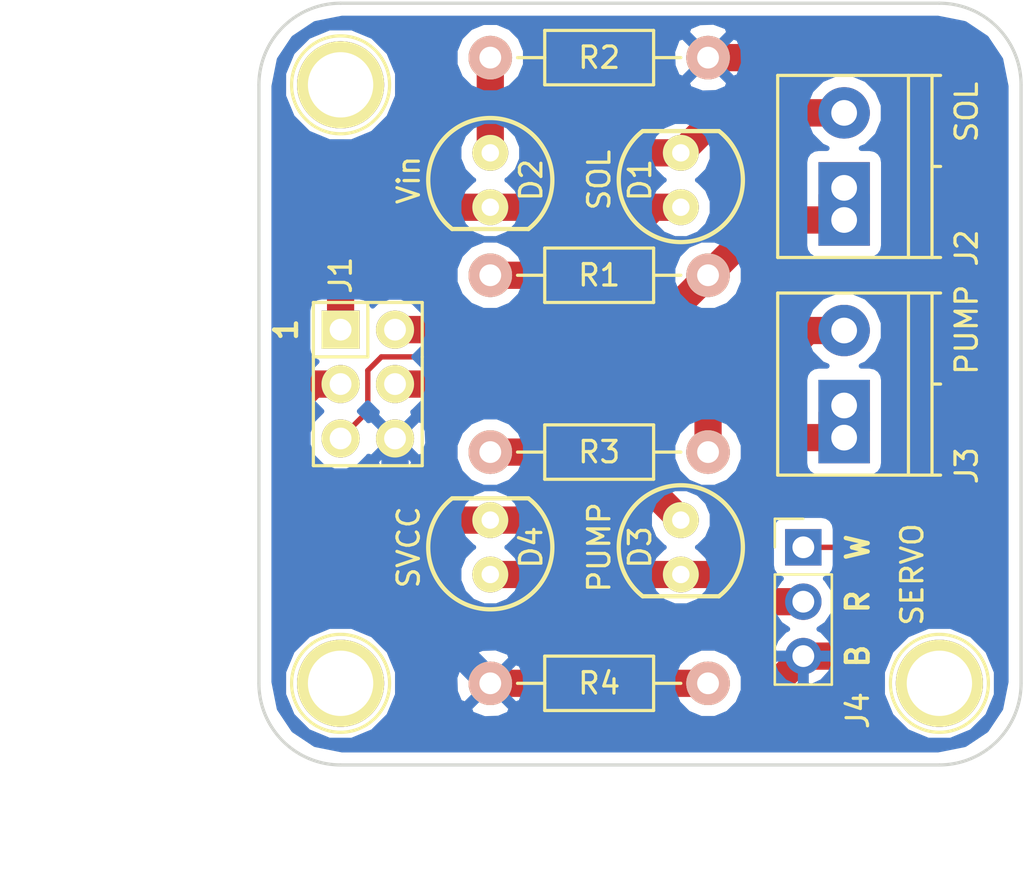
<source format=kicad_pcb>
(kicad_pcb (version 4) (host pcbnew 4.0.5)

  (general
    (links 21)
    (no_connects 0)
    (area 43.914288 28.997 90.880001 72.55)
    (thickness 1.6)
    (drawings 14)
    (tracks 72)
    (zones 0)
    (modules 15)
    (nets 11)
  )

  (page A4)
  (layers
    (0 F.Cu signal)
    (31 B.Cu signal)
    (32 B.Adhes user)
    (33 F.Adhes user)
    (34 B.Paste user)
    (35 F.Paste user)
    (36 B.SilkS user)
    (37 F.SilkS user)
    (38 B.Mask user)
    (39 F.Mask user)
    (40 Dwgs.User user)
    (41 Cmts.User user)
    (42 Eco1.User user)
    (43 Eco2.User user)
    (44 Edge.Cuts user)
    (45 Margin user)
    (46 B.CrtYd user)
    (47 F.CrtYd user)
    (48 B.Fab user)
    (49 F.Fab user)
  )

  (setup
    (last_trace_width 0.25)
    (trace_clearance 0.2)
    (zone_clearance 0.508)
    (zone_45_only no)
    (trace_min 0.2)
    (segment_width 0.2)
    (edge_width 0.15)
    (via_size 0.6)
    (via_drill 0.4)
    (via_min_size 0.4)
    (via_min_drill 0.3)
    (uvia_size 0.3)
    (uvia_drill 0.1)
    (uvias_allowed no)
    (uvia_min_size 0)
    (uvia_min_drill 0)
    (pcb_text_width 0.3)
    (pcb_text_size 1.5 1.5)
    (mod_edge_width 0.15)
    (mod_text_size 1 1)
    (mod_text_width 0.15)
    (pad_size 1.524 1.524)
    (pad_drill 0.762)
    (pad_to_mask_clearance 0.2)
    (aux_axis_origin 0 0)
    (visible_elements FFFFFF7F)
    (pcbplotparams
      (layerselection 0x00130_80000001)
      (usegerberextensions false)
      (excludeedgelayer false)
      (linewidth 0.050800)
      (plotframeref true)
      (viasonmask false)
      (mode 1)
      (useauxorigin false)
      (hpglpennumber 1)
      (hpglpenspeed 20)
      (hpglpendiameter 15)
      (hpglpenoverlay 2)
      (psnegative false)
      (psa4output false)
      (plotreference true)
      (plotvalue true)
      (plotinvisibletext false)
      (padsonsilk true)
      (subtractmaskfromsilk false)
      (outputformat 4)
      (mirror false)
      (drillshape 2)
      (scaleselection 1)
      (outputdirectory aux_test_pdf/))
  )

  (net 0 "")
  (net 1 "Net-(D1-Pad1)")
  (net 2 /Vin)
  (net 3 "Net-(D2-Pad1)")
  (net 4 "Net-(D3-Pad1)")
  (net 5 /SVCC)
  (net 6 "Net-(D4-Pad1)")
  (net 7 /SOL)
  (net 8 /PUMP)
  (net 9 "/3(**)")
  (net 10 /GND)

  (net_class Default "This is the default net class."
    (clearance 0.2)
    (trace_width 0.25)
    (via_dia 0.6)
    (via_drill 0.4)
    (uvia_dia 0.3)
    (uvia_drill 0.1)
    (add_net "/3(**)")
  )

  (net_class 50mil ""
    (clearance 0.2)
    (trace_width 1.27)
    (via_dia 0.6)
    (via_drill 0.4)
    (uvia_dia 0.3)
    (uvia_drill 0.1)
    (add_net /GND)
    (add_net /PUMP)
    (add_net /SOL)
    (add_net /SVCC)
    (add_net /Vin)
    (add_net "Net-(D1-Pad1)")
    (add_net "Net-(D2-Pad1)")
    (add_net "Net-(D3-Pad1)")
    (add_net "Net-(D4-Pad1)")
  )

  (module aux_test_Libs:TerminalBlock_Pheonix_PT-5.0mm_2pol (layer F.Cu) (tedit 59B129D5) (tstamp 59B11BF7)
    (at 82.55 36.83 90)
    (descr "2-way 5.0mm pitch terminal block, Phoenix PT series")
    (path /59B12114)
    (fp_text reference J2 (at -3.81 5.715 270) (layer F.SilkS)
      (effects (font (size 1 1) (thickness 0.15)))
    )
    (fp_text value SOL (at 2.54 5.715 270) (layer F.SilkS)
      (effects (font (size 1 1) (thickness 0.15)))
    )
    (fp_line (start -4.4 -3.3) (end 4.4 -3.3) (layer F.CrtYd) (width 0.05))
    (fp_line (start -4.4 4.7) (end -4.4 -3.3) (layer F.CrtYd) (width 0.05))
    (fp_line (start 4.4 4.7) (end -4.4 4.7) (layer F.CrtYd) (width 0.05))
    (fp_line (start 4.4 -3.3) (end 4.4 4.7) (layer F.CrtYd) (width 0.05))
    (fp_line (start 0 4.1) (end 0 4.5) (layer F.SilkS) (width 0.15))
    (fp_line (start -4.25 3) (end 4.25 3) (layer F.SilkS) (width 0.15))
    (fp_line (start -4.25 4.1) (end 4.25 4.1) (layer F.SilkS) (width 0.15))
    (fp_line (start -4.25 -3.1) (end -4.25 4.5) (layer F.SilkS) (width 0.15))
    (fp_line (start 4.25 4.5) (end 4.25 -3.1) (layer F.SilkS) (width 0.15))
    (fp_line (start 4.25 -3.1) (end -4.25 -3.1) (layer F.SilkS) (width 0.15))
    (pad 2 thru_hole circle (at 2.5 0 90) (size 2.4 2.4) (drill 1.2) (layers *.Cu *.Mask)
      (net 2 /Vin))
    (pad 1 thru_hole rect (at -2.5 0 90) (size 2.4 2.4) (drill 1.2) (layers *.Cu *.Mask)
      (net 7 /SOL))
    (pad 1 thru_hole rect (at -1 0 90) (size 2.4 2.4) (drill 1.2) (layers *.Cu *.Mask)
      (net 7 /SOL))
    (model TerminalBlock_Pheonix_PT-5.0mm_2pol.wrl
      (at (xyz 0 0 0))
      (scale (xyz 1 1 1))
      (rotate (xyz 0 0 0))
    )
  )

  (module aux_test_Libs:TerminalBlock_Pheonix_PT-5.0mm_2pol (layer F.Cu) (tedit 59B129D8) (tstamp 59B11BFD)
    (at 82.55 46.99 90)
    (descr "2-way 5.0mm pitch terminal block, Phoenix PT series")
    (path /59B1225F)
    (fp_text reference J3 (at -3.81 5.715 270) (layer F.SilkS)
      (effects (font (size 1 1) (thickness 0.15)))
    )
    (fp_text value PUMP (at 2.54 5.715 270) (layer F.SilkS)
      (effects (font (size 1 1) (thickness 0.15)))
    )
    (fp_line (start -4.4 -3.3) (end 4.4 -3.3) (layer F.CrtYd) (width 0.05))
    (fp_line (start -4.4 4.7) (end -4.4 -3.3) (layer F.CrtYd) (width 0.05))
    (fp_line (start 4.4 4.7) (end -4.4 4.7) (layer F.CrtYd) (width 0.05))
    (fp_line (start 4.4 -3.3) (end 4.4 4.7) (layer F.CrtYd) (width 0.05))
    (fp_line (start 0 4.1) (end 0 4.5) (layer F.SilkS) (width 0.15))
    (fp_line (start -4.25 3) (end 4.25 3) (layer F.SilkS) (width 0.15))
    (fp_line (start -4.25 4.1) (end 4.25 4.1) (layer F.SilkS) (width 0.15))
    (fp_line (start -4.25 -3.1) (end -4.25 4.5) (layer F.SilkS) (width 0.15))
    (fp_line (start 4.25 4.5) (end 4.25 -3.1) (layer F.SilkS) (width 0.15))
    (fp_line (start 4.25 -3.1) (end -4.25 -3.1) (layer F.SilkS) (width 0.15))
    (pad 2 thru_hole circle (at 2.5 0 90) (size 2.4 2.4) (drill 1.2) (layers *.Cu *.Mask)
      (net 8 /PUMP))
    (pad 1 thru_hole rect (at -2.5 0 90) (size 2.4 2.4) (drill 1.2) (layers *.Cu *.Mask)
      (net 5 /SVCC))
    (pad 1 thru_hole rect (at -1 0 90) (size 2.4 2.4) (drill 1.2) (layers *.Cu *.Mask)
      (net 5 /SVCC))
    (model TerminalBlock_Pheonix_PT-5.0mm_2pol.wrl
      (at (xyz 0 0 0))
      (scale (xyz 1 1 1))
      (rotate (xyz 0 0 0))
    )
  )

  (module aux_test_Libs:Pin_Header_Straight_1x03_Pitch2.54mm (layer F.Cu) (tedit 59B131AE) (tstamp 59B11C03)
    (at 80.645 54.61)
    (descr "Through hole straight pin header, 1x03, 2.54mm pitch, single row")
    (tags "Through hole pin header THT 1x03 2.54mm single row")
    (path /59B124EF)
    (fp_text reference J4 (at 0 -2.33) (layer F.SilkS) hide
      (effects (font (size 1 1) (thickness 0.15)))
    )
    (fp_text value SERVO (at 5.08 1.27 90) (layer F.SilkS)
      (effects (font (size 1 1) (thickness 0.15)))
    )
    (fp_line (start -0.635 -1.27) (end 1.27 -1.27) (layer F.Fab) (width 0.1))
    (fp_line (start 1.27 -1.27) (end 1.27 6.35) (layer F.Fab) (width 0.1))
    (fp_line (start 1.27 6.35) (end -1.27 6.35) (layer F.Fab) (width 0.1))
    (fp_line (start -1.27 6.35) (end -1.27 -0.635) (layer F.Fab) (width 0.1))
    (fp_line (start -1.27 -0.635) (end -0.635 -1.27) (layer F.Fab) (width 0.1))
    (fp_line (start -1.33 6.41) (end 1.33 6.41) (layer F.SilkS) (width 0.12))
    (fp_line (start -1.33 1.27) (end -1.33 6.41) (layer F.SilkS) (width 0.12))
    (fp_line (start 1.33 1.27) (end 1.33 6.41) (layer F.SilkS) (width 0.12))
    (fp_line (start -1.33 1.27) (end 1.33 1.27) (layer F.SilkS) (width 0.12))
    (fp_line (start -1.33 0) (end -1.33 -1.33) (layer F.SilkS) (width 0.12))
    (fp_line (start -1.33 -1.33) (end 0 -1.33) (layer F.SilkS) (width 0.12))
    (fp_line (start -1.8 -1.8) (end -1.8 6.85) (layer F.CrtYd) (width 0.05))
    (fp_line (start -1.8 6.85) (end 1.8 6.85) (layer F.CrtYd) (width 0.05))
    (fp_line (start 1.8 6.85) (end 1.8 -1.8) (layer F.CrtYd) (width 0.05))
    (fp_line (start 1.8 -1.8) (end -1.8 -1.8) (layer F.CrtYd) (width 0.05))
    (fp_text user %R (at 2.54 7.62 90) (layer F.SilkS)
      (effects (font (size 1 1) (thickness 0.15)))
    )
    (pad 1 thru_hole rect (at 0 0) (size 1.7 1.7) (drill 1.016) (layers *.Cu *.Mask)
      (net 9 "/3(**)"))
    (pad 2 thru_hole oval (at 0 2.54) (size 1.7 1.7) (drill 1.016) (layers *.Cu *.Mask)
      (net 5 /SVCC))
    (pad 3 thru_hole oval (at 0 5.08) (size 1.7 1.7) (drill 1.016) (layers *.Cu *.Mask)
      (net 10 /GND))
    (model Header_Male_03Pin.wrl
      (at (xyz 0 0 0))
      (scale (xyz 1 1 1))
      (rotate (xyz 0 0 90))
    )
  )

  (module aux_test_Libs:LED-5MM (layer F.Cu) (tedit 59B12CE9) (tstamp 59B12F46)
    (at 74.93 37.465 90)
    (descr "LED 5mm - Lead pitch 100mil (2,54mm)")
    (tags "LED led 5mm 5MM 100mil 2,54mm")
    (path /59B10B53)
    (fp_text reference D1 (at 0 -1.905 90) (layer F.SilkS)
      (effects (font (size 1 1) (thickness 0.15)))
    )
    (fp_text value SOL (at 0 -3.81 90) (layer F.SilkS)
      (effects (font (size 1 1) (thickness 0.15)))
    )
    (fp_line (start 2.286 -1.778) (end 2.286 1.778) (layer F.SilkS) (width 0.2))
    (fp_arc (start 0 0) (end 2.286 1.778) (angle 284.2500049) (layer F.SilkS) (width 0.2))
    (pad 1 thru_hole circle (at -1.27 0 90) (size 1.6764 1.6764) (drill 0.8128) (layers *.Cu *.Mask F.SilkS)
      (net 1 "Net-(D1-Pad1)"))
    (pad 2 thru_hole circle (at 1.27 0 90) (size 1.6764 1.6764) (drill 0.8128) (layers *.Cu *.Mask F.SilkS)
      (net 2 /Vin))
    (model LEDs/LED-5MM.wrl
      (at (xyz 0 0 0))
      (scale (xyz 1 1 1))
      (rotate (xyz 0 0 0))
    )
  )

  (module aux_test_Libs:LED-5MM (layer F.Cu) (tedit 59B12CE9) (tstamp 59B12F4B)
    (at 66.04 37.465 270)
    (descr "LED 5mm - Lead pitch 100mil (2,54mm)")
    (tags "LED led 5mm 5MM 100mil 2,54mm")
    (path /59B10BE6)
    (fp_text reference D2 (at 0 -1.905 270) (layer F.SilkS)
      (effects (font (size 1 1) (thickness 0.15)))
    )
    (fp_text value Vin (at 0 3.81 270) (layer F.SilkS)
      (effects (font (size 1 1) (thickness 0.15)))
    )
    (fp_line (start 2.286 -1.778) (end 2.286 1.778) (layer F.SilkS) (width 0.2))
    (fp_arc (start 0 0) (end 2.286 1.778) (angle 284.2500049) (layer F.SilkS) (width 0.2))
    (pad 1 thru_hole circle (at -1.27 0 270) (size 1.6764 1.6764) (drill 0.8128) (layers *.Cu *.Mask F.SilkS)
      (net 3 "Net-(D2-Pad1)"))
    (pad 2 thru_hole circle (at 1.27 0 270) (size 1.6764 1.6764) (drill 0.8128) (layers *.Cu *.Mask F.SilkS)
      (net 2 /Vin))
    (model LEDs/LED-5MM.wrl
      (at (xyz 0 0 0))
      (scale (xyz 1 1 1))
      (rotate (xyz 0 0 0))
    )
  )

  (module aux_test_Libs:LED-5MM (layer F.Cu) (tedit 59B12CE9) (tstamp 59B12F50)
    (at 74.93 54.61 270)
    (descr "LED 5mm - Lead pitch 100mil (2,54mm)")
    (tags "LED led 5mm 5MM 100mil 2,54mm")
    (path /59B10C07)
    (fp_text reference D3 (at 0 1.905 270) (layer F.SilkS)
      (effects (font (size 1 1) (thickness 0.15)))
    )
    (fp_text value PUMP (at 0 3.81 270) (layer F.SilkS)
      (effects (font (size 1 1) (thickness 0.15)))
    )
    (fp_line (start 2.286 -1.778) (end 2.286 1.778) (layer F.SilkS) (width 0.2))
    (fp_arc (start 0 0) (end 2.286 1.778) (angle 284.2500049) (layer F.SilkS) (width 0.2))
    (pad 1 thru_hole circle (at -1.27 0 270) (size 1.6764 1.6764) (drill 0.8128) (layers *.Cu *.Mask F.SilkS)
      (net 4 "Net-(D3-Pad1)"))
    (pad 2 thru_hole circle (at 1.27 0 270) (size 1.6764 1.6764) (drill 0.8128) (layers *.Cu *.Mask F.SilkS)
      (net 5 /SVCC))
    (model LEDs/LED-5MM.wrl
      (at (xyz 0 0 0))
      (scale (xyz 1 1 1))
      (rotate (xyz 0 0 0))
    )
  )

  (module aux_test_Libs:LED-5MM (layer F.Cu) (tedit 59B12CE9) (tstamp 59B12F55)
    (at 66.04 54.61 90)
    (descr "LED 5mm - Lead pitch 100mil (2,54mm)")
    (tags "LED led 5mm 5MM 100mil 2,54mm")
    (path /59B10C2A)
    (fp_text reference D4 (at 0 1.905 90) (layer F.SilkS)
      (effects (font (size 1 1) (thickness 0.15)))
    )
    (fp_text value SVCC (at 0 -3.81 90) (layer F.SilkS)
      (effects (font (size 1 1) (thickness 0.15)))
    )
    (fp_line (start 2.286 -1.778) (end 2.286 1.778) (layer F.SilkS) (width 0.2))
    (fp_arc (start 0 0) (end 2.286 1.778) (angle 284.2500049) (layer F.SilkS) (width 0.2))
    (pad 1 thru_hole circle (at -1.27 0 90) (size 1.6764 1.6764) (drill 0.8128) (layers *.Cu *.Mask F.SilkS)
      (net 6 "Net-(D4-Pad1)"))
    (pad 2 thru_hole circle (at 1.27 0 90) (size 1.6764 1.6764) (drill 0.8128) (layers *.Cu *.Mask F.SilkS)
      (net 5 /SVCC))
    (model LEDs/LED-5MM.wrl
      (at (xyz 0 0 0))
      (scale (xyz 1 1 1))
      (rotate (xyz 0 0 0))
    )
  )

  (module aux_test_Libs:Pin_Header_Straight_2x03 (layer F.Cu) (tedit 59B12D71) (tstamp 59B12F5A)
    (at 60.325 46.99 270)
    (descr "Through hole pin header")
    (tags "pin header")
    (path /59B11ED8)
    (fp_text reference J1 (at -5.08 1.27 270) (layer F.SilkS)
      (effects (font (size 1 1) (thickness 0.15)))
    )
    (fp_text value AUX_TEST (at 0 0 270) (layer F.SilkS) hide
      (effects (font (size 1 1) (thickness 0.15)))
    )
    (fp_line (start -3.81 0) (end -1.27 0) (layer F.SilkS) (width 0.15))
    (fp_line (start -1.27 0) (end -1.27 2.54) (layer F.SilkS) (width 0.15))
    (fp_line (start -3.81 2.54) (end 3.81 2.54) (layer F.SilkS) (width 0.15))
    (fp_line (start 3.81 2.54) (end 3.81 -2.54) (layer F.SilkS) (width 0.15))
    (fp_line (start 3.81 -2.54) (end -1.27 -2.54) (layer F.SilkS) (width 0.15))
    (fp_line (start -3.81 2.54) (end -3.81 0) (layer F.SilkS) (width 0.15))
    (fp_line (start -3.81 -2.54) (end -3.81 0) (layer F.SilkS) (width 0.15))
    (fp_line (start -1.27 -2.54) (end -3.81 -2.54) (layer F.SilkS) (width 0.15))
    (pad 1 thru_hole rect (at -2.54 1.27 270) (size 1.778 1.778) (drill 1.016) (layers *.Cu *.Mask F.SilkS)
      (net 2 /Vin))
    (pad 2 thru_hole circle (at -2.54 -1.27 270) (size 1.778 1.778) (drill 1.016) (layers *.Cu *.Mask F.SilkS)
      (net 7 /SOL))
    (pad 3 thru_hole circle (at 0 1.27 270) (size 1.778 1.778) (drill 1.016) (layers *.Cu *.Mask F.SilkS)
      (net 5 /SVCC))
    (pad 4 thru_hole circle (at 0 -1.27 270) (size 1.778 1.778) (drill 1.016) (layers *.Cu *.Mask F.SilkS)
      (net 8 /PUMP))
    (pad 5 thru_hole circle (at 2.54 1.27 270) (size 1.778 1.778) (drill 1.016) (layers *.Cu *.Mask F.SilkS)
      (net 9 "/3(**)"))
    (pad 6 thru_hole circle (at 2.54 -1.27 270) (size 1.778 1.778) (drill 1.016) (layers *.Cu *.Mask F.SilkS)
      (net 10 /GND))
    (model Pin_Headers/Pin_Header_Straight_2x03.wrl
      (at (xyz 0 0 0))
      (scale (xyz 1 1 1))
      (rotate (xyz 0 0 0))
    )
  )

  (module aux_test_Libs:Resistor_Horizontal_RM10mm (layer F.Cu) (tedit 59B12D26) (tstamp 59B12F6B)
    (at 71.12 41.91)
    (descr "Resistor, Axial,  RM 10mm, 1/3W,")
    (tags "Resistor, Axial, RM 10mm, 1/3W,")
    (path /59B10C5E)
    (fp_text reference R1 (at 0 0) (layer F.SilkS)
      (effects (font (size 1 1) (thickness 0.15)))
    )
    (fp_text value 390E (at 0 -0.508) (layer F.SilkS) hide
      (effects (font (size 1 1) (thickness 0.15)))
    )
    (fp_line (start -2.54 -1.27) (end 2.54 -1.27) (layer F.SilkS) (width 0.15))
    (fp_line (start 2.54 -1.27) (end 2.54 1.27) (layer F.SilkS) (width 0.15))
    (fp_line (start 2.54 1.27) (end -2.54 1.27) (layer F.SilkS) (width 0.15))
    (fp_line (start -2.54 1.27) (end -2.54 -1.27) (layer F.SilkS) (width 0.15))
    (fp_line (start -2.54 0) (end -3.81 0) (layer F.SilkS) (width 0.15))
    (fp_line (start 2.54 0) (end 3.81 0) (layer F.SilkS) (width 0.15))
    (pad 1 thru_hole circle (at -5.08 0) (size 2.032 2.032) (drill 1.016) (layers *.Cu *.SilkS *.Mask)
      (net 1 "Net-(D1-Pad1)"))
    (pad 2 thru_hole circle (at 5.08 0) (size 2.032 2.032) (drill 1.016) (layers *.Cu *.SilkS *.Mask)
      (net 7 /SOL))
    (model Resistors_ThroughHole/Resistor_Horizontal_RM10mm.wrl
      (at (xyz 0 0 0))
      (scale (xyz 0.4 0.4 0.4))
      (rotate (xyz 0 0 0))
    )
  )

  (module aux_test_Libs:Resistor_Horizontal_RM10mm (layer F.Cu) (tedit 59B12D26) (tstamp 59B12F70)
    (at 71.12 31.75)
    (descr "Resistor, Axial,  RM 10mm, 1/3W,")
    (tags "Resistor, Axial, RM 10mm, 1/3W,")
    (path /59B10CB3)
    (fp_text reference R2 (at 0 0) (layer F.SilkS)
      (effects (font (size 1 1) (thickness 0.15)))
    )
    (fp_text value 390E (at 0 -0.508) (layer F.SilkS) hide
      (effects (font (size 1 1) (thickness 0.15)))
    )
    (fp_line (start -2.54 -1.27) (end 2.54 -1.27) (layer F.SilkS) (width 0.15))
    (fp_line (start 2.54 -1.27) (end 2.54 1.27) (layer F.SilkS) (width 0.15))
    (fp_line (start 2.54 1.27) (end -2.54 1.27) (layer F.SilkS) (width 0.15))
    (fp_line (start -2.54 1.27) (end -2.54 -1.27) (layer F.SilkS) (width 0.15))
    (fp_line (start -2.54 0) (end -3.81 0) (layer F.SilkS) (width 0.15))
    (fp_line (start 2.54 0) (end 3.81 0) (layer F.SilkS) (width 0.15))
    (pad 1 thru_hole circle (at -5.08 0) (size 2.032 2.032) (drill 1.016) (layers *.Cu *.SilkS *.Mask)
      (net 3 "Net-(D2-Pad1)"))
    (pad 2 thru_hole circle (at 5.08 0) (size 2.032 2.032) (drill 1.016) (layers *.Cu *.SilkS *.Mask)
      (net 10 /GND))
    (model Resistors_ThroughHole/Resistor_Horizontal_RM10mm.wrl
      (at (xyz 0 0 0))
      (scale (xyz 0.4 0.4 0.4))
      (rotate (xyz 0 0 0))
    )
  )

  (module aux_test_Libs:Resistor_Horizontal_RM10mm (layer F.Cu) (tedit 59B12D26) (tstamp 59B12F75)
    (at 71.12 50.165)
    (descr "Resistor, Axial,  RM 10mm, 1/3W,")
    (tags "Resistor, Axial, RM 10mm, 1/3W,")
    (path /59B10CEC)
    (fp_text reference R3 (at 0 0) (layer F.SilkS)
      (effects (font (size 1 1) (thickness 0.15)))
    )
    (fp_text value 330E (at 0 -0.508) (layer F.SilkS) hide
      (effects (font (size 1 1) (thickness 0.15)))
    )
    (fp_line (start -2.54 -1.27) (end 2.54 -1.27) (layer F.SilkS) (width 0.15))
    (fp_line (start 2.54 -1.27) (end 2.54 1.27) (layer F.SilkS) (width 0.15))
    (fp_line (start 2.54 1.27) (end -2.54 1.27) (layer F.SilkS) (width 0.15))
    (fp_line (start -2.54 1.27) (end -2.54 -1.27) (layer F.SilkS) (width 0.15))
    (fp_line (start -2.54 0) (end -3.81 0) (layer F.SilkS) (width 0.15))
    (fp_line (start 2.54 0) (end 3.81 0) (layer F.SilkS) (width 0.15))
    (pad 1 thru_hole circle (at -5.08 0) (size 2.032 2.032) (drill 1.016) (layers *.Cu *.SilkS *.Mask)
      (net 4 "Net-(D3-Pad1)"))
    (pad 2 thru_hole circle (at 5.08 0) (size 2.032 2.032) (drill 1.016) (layers *.Cu *.SilkS *.Mask)
      (net 8 /PUMP))
    (model Resistors_ThroughHole/Resistor_Horizontal_RM10mm.wrl
      (at (xyz 0 0 0))
      (scale (xyz 0.4 0.4 0.4))
      (rotate (xyz 0 0 0))
    )
  )

  (module aux_test_Libs:Resistor_Horizontal_RM10mm (layer F.Cu) (tedit 59B12D26) (tstamp 59B12F7A)
    (at 71.12 60.96 180)
    (descr "Resistor, Axial,  RM 10mm, 1/3W,")
    (tags "Resistor, Axial, RM 10mm, 1/3W,")
    (path /59B10D28)
    (fp_text reference R4 (at 0 0 180) (layer F.SilkS)
      (effects (font (size 1 1) (thickness 0.15)))
    )
    (fp_text value 330E (at 0 -0.508 180) (layer F.SilkS) hide
      (effects (font (size 1 1) (thickness 0.15)))
    )
    (fp_line (start -2.54 -1.27) (end 2.54 -1.27) (layer F.SilkS) (width 0.15))
    (fp_line (start 2.54 -1.27) (end 2.54 1.27) (layer F.SilkS) (width 0.15))
    (fp_line (start 2.54 1.27) (end -2.54 1.27) (layer F.SilkS) (width 0.15))
    (fp_line (start -2.54 1.27) (end -2.54 -1.27) (layer F.SilkS) (width 0.15))
    (fp_line (start -2.54 0) (end -3.81 0) (layer F.SilkS) (width 0.15))
    (fp_line (start 2.54 0) (end 3.81 0) (layer F.SilkS) (width 0.15))
    (pad 1 thru_hole circle (at -5.08 0 180) (size 2.032 2.032) (drill 1.016) (layers *.Cu *.SilkS *.Mask)
      (net 6 "Net-(D4-Pad1)"))
    (pad 2 thru_hole circle (at 5.08 0 180) (size 2.032 2.032) (drill 1.016) (layers *.Cu *.SilkS *.Mask)
      (net 10 /GND))
    (model Resistors_ThroughHole/Resistor_Horizontal_RM10mm.wrl
      (at (xyz 0 0 0))
      (scale (xyz 0.4 0.4 0.4))
      (rotate (xyz 0 0 0))
    )
  )

  (module aux_test_Libs:hole_3mm (layer F.Cu) (tedit 59B138CB) (tstamp 59B13902)
    (at 59.055 33.02)
    (descr "module 1 pin (ou trou mecanique de percage)")
    (tags DEV)
    (fp_text reference 1pin (at 0 -3.048) (layer F.SilkS) hide
      (effects (font (size 1 1) (thickness 0.15)))
    )
    (fp_text value VAL** (at 0 2.794) (layer F.SilkS) hide
      (effects (font (size 1 1) (thickness 0.15)))
    )
    (fp_circle (center 0 0) (end 0 -2.286) (layer F.SilkS) (width 0.15))
    (pad 1 thru_hole circle (at 0 0) (size 4.064 4.064) (drill 3.048) (layers *.Cu *.Mask F.SilkS))
  )

  (module aux_test_Libs:hole_3mm (layer F.Cu) (tedit 59B138CB) (tstamp 59B13912)
    (at 59.055 60.96)
    (descr "module 1 pin (ou trou mecanique de percage)")
    (tags DEV)
    (fp_text reference 1pin (at 0 -3.048) (layer F.SilkS) hide
      (effects (font (size 1 1) (thickness 0.15)))
    )
    (fp_text value VAL** (at 0 2.794) (layer F.SilkS) hide
      (effects (font (size 1 1) (thickness 0.15)))
    )
    (fp_circle (center 0 0) (end 0 -2.286) (layer F.SilkS) (width 0.15))
    (pad 1 thru_hole circle (at 0 0) (size 4.064 4.064) (drill 3.048) (layers *.Cu *.Mask F.SilkS))
  )

  (module aux_test_Libs:hole_3mm (layer F.Cu) (tedit 59B138CB) (tstamp 59B1391E)
    (at 86.995 60.96)
    (descr "module 1 pin (ou trou mecanique de percage)")
    (tags DEV)
    (fp_text reference 1pin (at 0 -3.048) (layer F.SilkS) hide
      (effects (font (size 1 1) (thickness 0.15)))
    )
    (fp_text value VAL** (at 0 2.794) (layer F.SilkS) hide
      (effects (font (size 1 1) (thickness 0.15)))
    )
    (fp_circle (center 0 0) (end 0 -2.286) (layer F.SilkS) (width 0.15))
    (pad 1 thru_hole circle (at 0 0) (size 4.064 4.064) (drill 3.048) (layers *.Cu *.Mask F.SilkS))
  )

  (dimension 35.56 (width 0.3) (layer Dwgs.User)
    (gr_text "1.4000 in" (at 73.025 71.199999) (layer Dwgs.User)
      (effects (font (size 1.5 1.5) (thickness 0.3)))
    )
    (feature1 (pts (xy 90.805 65.405) (xy 90.805 72.549999)))
    (feature2 (pts (xy 55.245 65.405) (xy 55.245 72.549999)))
    (crossbar (pts (xy 55.245 69.849999) (xy 90.805 69.849999)))
    (arrow1a (pts (xy 90.805 69.849999) (xy 89.678496 70.43642)))
    (arrow1b (pts (xy 90.805 69.849999) (xy 89.678496 69.263578)))
    (arrow2a (pts (xy 55.245 69.849999) (xy 56.371504 70.43642)))
    (arrow2b (pts (xy 55.245 69.849999) (xy 56.371504 69.263578)))
  )
  (dimension 35.56 (width 0.3) (layer Dwgs.User)
    (gr_text "1.4000 in" (at 49.450001 46.99 270) (layer Dwgs.User)
      (effects (font (size 1.5 1.5) (thickness 0.3)))
    )
    (feature1 (pts (xy 54.61 64.77) (xy 48.100001 64.77)))
    (feature2 (pts (xy 54.61 29.21) (xy 48.100001 29.21)))
    (crossbar (pts (xy 50.800001 29.21) (xy 50.800001 64.77)))
    (arrow1a (pts (xy 50.800001 64.77) (xy 50.21358 63.643496)))
    (arrow1b (pts (xy 50.800001 64.77) (xy 51.386422 63.643496)))
    (arrow2a (pts (xy 50.800001 29.21) (xy 50.21358 30.336504)))
    (arrow2b (pts (xy 50.800001 29.21) (xy 51.386422 30.336504)))
  )
  (gr_arc (start 86.995 33.02) (end 86.995 29.21) (angle 90) (layer Edge.Cuts) (width 0.15))
  (gr_arc (start 86.995 60.96) (end 90.805 60.96) (angle 90) (layer Edge.Cuts) (width 0.15))
  (gr_arc (start 59.055 60.96) (end 59.055 64.77) (angle 90) (layer Edge.Cuts) (width 0.15))
  (gr_arc (start 59.055 33.02) (end 55.245 33.02) (angle 90) (layer Edge.Cuts) (width 0.15))
  (gr_text 1 (at 56.515 44.45 90) (layer F.SilkS)
    (effects (font (size 1.016 1.016) (thickness 0.2032)))
  )
  (gr_text B (at 83.185 59.69 90) (layer F.SilkS)
    (effects (font (size 1.016 1.016) (thickness 0.2032)))
  )
  (gr_text R (at 83.185 57.15 90) (layer F.SilkS)
    (effects (font (size 1.016 1.016) (thickness 0.2032)))
  )
  (gr_text W (at 83.185 54.61 90) (layer F.SilkS)
    (effects (font (size 1.016 1.016) (thickness 0.2032)))
  )
  (gr_line (start 55.245 60.96) (end 55.245 33.02) (layer Edge.Cuts) (width 0.15))
  (gr_line (start 86.995 64.77) (end 59.055 64.77) (layer Edge.Cuts) (width 0.15))
  (gr_line (start 90.805 33.02) (end 90.805 60.96) (layer Edge.Cuts) (width 0.15))
  (gr_line (start 59.055 29.21) (end 86.995 29.21) (layer Edge.Cuts) (width 0.15))

  (segment (start 70.485 41.91) (end 73.66 38.735) (width 1.27) (layer F.Cu) (net 1))
  (segment (start 66.04 41.91) (end 70.485 41.91) (width 1.27) (layer F.Cu) (net 1))
  (segment (start 73.66 38.735) (end 74.93 38.735) (width 1.27) (layer F.Cu) (net 1))
  (segment (start 74.93 36.195) (end 71.12 36.195) (width 1.27) (layer F.Cu) (net 2))
  (segment (start 68.58 38.735) (end 71.12 36.195) (width 1.27) (layer F.Cu) (net 2))
  (segment (start 66.04 38.735) (end 68.58 38.735) (width 1.27) (layer F.Cu) (net 2))
  (segment (start 82.55 34.33) (end 76.795 34.33) (width 1.27) (layer F.Cu) (net 2))
  (segment (start 76.795 34.33) (end 74.93 36.195) (width 1.27) (layer F.Cu) (net 2))
  (segment (start 59.055 44.45) (end 59.055 40.64) (width 1.27) (layer F.Cu) (net 2))
  (segment (start 59.055 40.64) (end 60.96 38.735) (width 1.27) (layer F.Cu) (net 2) (tstamp 59B1292B))
  (segment (start 66.04 38.735) (end 60.96 38.735) (width 1.27) (layer F.Cu) (net 2))
  (segment (start 82.55 34.33) (end 80.852944 34.33) (width 1.27) (layer F.Cu) (net 2))
  (segment (start 66.04 36.195) (end 66.04 31.75) (width 1.27) (layer F.Cu) (net 3))
  (segment (start 71.755 50.165) (end 74.93 53.34) (width 1.27) (layer F.Cu) (net 4))
  (segment (start 66.04 50.165) (end 71.755 50.165) (width 1.27) (layer F.Cu) (net 4))
  (segment (start 78.105 51.465) (end 78.105 55.88) (width 1.27) (layer F.Cu) (net 5))
  (segment (start 78.105 55.88) (end 78.105 56.515) (width 1.27) (layer F.Cu) (net 5))
  (segment (start 74.93 55.88) (end 78.105 55.88) (width 1.27) (layer F.Cu) (net 5))
  (segment (start 78.105 56.515) (end 78.74 57.15) (width 1.27) (layer F.Cu) (net 5))
  (segment (start 78.74 57.15) (end 80.645 57.15) (width 1.27) (layer F.Cu) (net 5))
  (segment (start 82.55 49.49) (end 80.08 49.49) (width 1.27) (layer F.Cu) (net 5))
  (segment (start 80.08 49.49) (end 78.105 51.465) (width 1.27) (layer F.Cu) (net 5))
  (segment (start 66.04 53.34) (end 58.42 53.34) (width 1.27) (layer F.Cu) (net 5))
  (segment (start 58.42 53.34) (end 56.515 51.435) (width 1.27) (layer F.Cu) (net 5))
  (segment (start 56.515 51.435) (end 56.515 48.26) (width 1.27) (layer F.Cu) (net 5))
  (segment (start 56.515 48.26) (end 57.785 46.99) (width 1.27) (layer F.Cu) (net 5))
  (segment (start 57.785 46.99) (end 59.055 46.99) (width 1.27) (layer F.Cu) (net 5))
  (segment (start 71.755 55.88) (end 69.215 53.34) (width 1.27) (layer F.Cu) (net 5))
  (segment (start 69.215 53.34) (end 66.04 53.34) (width 1.27) (layer F.Cu) (net 5))
  (segment (start 74.93 55.88) (end 71.755 55.88) (width 1.27) (layer F.Cu) (net 5))
  (segment (start 82.55 47.99) (end 82.55 49.49) (width 1.27) (layer F.Cu) (net 5))
  (segment (start 73.025 60.96) (end 67.945 55.88) (width 1.27) (layer F.Cu) (net 6))
  (segment (start 67.945 55.88) (end 66.04 55.88) (width 1.27) (layer F.Cu) (net 6))
  (segment (start 76.2 60.96) (end 73.025 60.96) (width 1.27) (layer F.Cu) (net 6))
  (segment (start 82.55 39.33) (end 78.78 39.33) (width 1.27) (layer F.Cu) (net 7))
  (segment (start 78.78 39.33) (end 76.2 41.91) (width 1.27) (layer F.Cu) (net 7))
  (segment (start 61.595 44.45) (end 73.66 44.45) (width 1.27) (layer F.Cu) (net 7))
  (segment (start 73.66 44.45) (end 76.2 41.91) (width 1.27) (layer F.Cu) (net 7))
  (segment (start 61.595 44.45) (end 63.5 44.45) (width 1.27) (layer F.Cu) (net 7))
  (segment (start 82.55 39.33) (end 82.55 37.83) (width 1.27) (layer F.Cu) (net 7))
  (segment (start 78.352944 46.99) (end 76.2 46.99) (width 1.27) (layer F.Cu) (net 8))
  (segment (start 76.2 46.99) (end 74.295 46.99) (width 1.27) (layer F.Cu) (net 8))
  (segment (start 76.2 50.165) (end 76.2 48.72816) (width 1.27) (layer F.Cu) (net 8))
  (segment (start 76.2 48.72816) (end 76.2 46.99) (width 1.27) (layer F.Cu) (net 8))
  (segment (start 82.55 44.49) (end 80.852944 44.49) (width 1.27) (layer F.Cu) (net 8))
  (segment (start 80.852944 44.49) (end 78.352944 46.99) (width 1.27) (layer F.Cu) (net 8))
  (segment (start 69.215 46.99) (end 74.295 46.99) (width 1.27) (layer F.Cu) (net 8))
  (segment (start 61.595 46.99) (end 69.215 46.99) (width 1.27) (layer F.Cu) (net 8) (status 10))
  (segment (start 86.995 44.45) (end 86.995 53.34) (width 0.25) (layer F.Cu) (net 9))
  (segment (start 80.645 54.61) (end 85.725 54.61) (width 0.25) (layer F.Cu) (net 9))
  (segment (start 85.725 54.61) (end 86.995 53.34) (width 0.25) (layer F.Cu) (net 9))
  (segment (start 59.055 49.53) (end 60.325 48.26) (width 0.25) (layer F.Cu) (net 9))
  (segment (start 60.325 48.26) (end 60.325 46.355) (width 0.25) (layer F.Cu) (net 9))
  (segment (start 60.325 46.355) (end 60.96 45.72) (width 0.25) (layer F.Cu) (net 9))
  (segment (start 60.96 45.72) (end 76.835 45.72) (width 0.25) (layer F.Cu) (net 9))
  (segment (start 84.455 41.91) (end 86.995 44.45) (width 0.25) (layer F.Cu) (net 9))
  (segment (start 76.835 45.72) (end 80.645 41.91) (width 0.25) (layer F.Cu) (net 9))
  (segment (start 80.645 41.91) (end 84.455 41.91) (width 0.25) (layer F.Cu) (net 9))
  (segment (start 80.645 59.69) (end 82.55 59.69) (width 1.27) (layer F.Cu) (net 10))
  (segment (start 82.55 59.69) (end 85.09 57.15) (width 1.27) (layer F.Cu) (net 10))
  (segment (start 83.82 31.75) (end 76.2 31.75) (width 1.27) (layer F.Cu) (net 10))
  (segment (start 85.09 57.15) (end 86.995 57.15) (width 1.27) (layer F.Cu) (net 10))
  (segment (start 86.995 57.15) (end 88.9 55.245) (width 1.27) (layer F.Cu) (net 10))
  (segment (start 88.9 55.245) (end 88.9 36.83) (width 1.27) (layer F.Cu) (net 10))
  (segment (start 88.9 36.83) (end 83.82 31.75) (width 1.27) (layer F.Cu) (net 10))
  (segment (start 61.595 49.53) (end 61.595 56.515) (width 1.27) (layer B.Cu) (net 10))
  (segment (start 61.595 56.515) (end 66.04 60.96) (width 1.27) (layer B.Cu) (net 10))
  (segment (start 80.645 59.69) (end 78.105 62.23) (width 1.27) (layer F.Cu) (net 10))
  (segment (start 69.215 60.96) (end 66.04 60.96) (width 1.27) (layer F.Cu) (net 10))
  (segment (start 76.835 63.5) (end 71.755 63.5) (width 1.27) (layer F.Cu) (net 10))
  (segment (start 78.105 62.23) (end 76.835 63.5) (width 1.27) (layer F.Cu) (net 10))
  (segment (start 71.755 63.5) (end 69.215 60.96) (width 1.27) (layer F.Cu) (net 10))

  (zone (net 10) (net_name /GND) (layer B.Cu) (tstamp 0) (hatch edge 0.508)
    (connect_pads (clearance 0.508))
    (min_thickness 0.254)
    (fill yes (arc_segments 16) (thermal_gap 0.508) (thermal_bridge_width 0.508))
    (polygon
      (pts
        (xy 55.245 29.21) (xy 90.805 29.21) (xy 90.805 64.77) (xy 55.245 64.77)
      )
    )
    (filled_polygon
      (pts
        (xy 88.175995 30.168824) (xy 89.177196 30.837804) (xy 89.846175 31.839005) (xy 90.095 33.089931) (xy 90.095 60.890069)
        (xy 89.846175 62.140995) (xy 89.177196 63.142196) (xy 88.175995 63.811176) (xy 86.925069 64.06) (xy 59.124931 64.06)
        (xy 57.874005 63.811175) (xy 56.872804 63.142196) (xy 56.203824 62.140995) (xy 56.07397 61.488172) (xy 56.387538 61.488172)
        (xy 56.792709 62.468761) (xy 57.542293 63.219655) (xy 58.522173 63.626536) (xy 59.583172 63.627462) (xy 60.563761 63.222291)
        (xy 61.314655 62.472707) (xy 61.459406 62.124107) (xy 65.055498 62.124107) (xy 65.15612 62.392622) (xy 65.771642 62.621816)
        (xy 66.428019 62.598014) (xy 66.92388 62.392622) (xy 67.024502 62.124107) (xy 66.04 61.139605) (xy 65.055498 62.124107)
        (xy 61.459406 62.124107) (xy 61.721536 61.492827) (xy 61.722235 60.691642) (xy 64.378184 60.691642) (xy 64.401986 61.348019)
        (xy 64.607378 61.84388) (xy 64.875893 61.944502) (xy 65.860395 60.96) (xy 66.219605 60.96) (xy 67.204107 61.944502)
        (xy 67.472622 61.84388) (xy 67.679994 61.286963) (xy 74.548714 61.286963) (xy 74.799534 61.893995) (xy 75.263563 62.358834)
        (xy 75.870155 62.610713) (xy 76.526963 62.611286) (xy 77.133995 62.360466) (xy 77.598834 61.896437) (xy 77.76836 61.488172)
        (xy 84.327538 61.488172) (xy 84.732709 62.468761) (xy 85.482293 63.219655) (xy 86.462173 63.626536) (xy 87.523172 63.627462)
        (xy 88.503761 63.222291) (xy 89.254655 62.472707) (xy 89.661536 61.492827) (xy 89.662462 60.431828) (xy 89.257291 59.451239)
        (xy 88.507707 58.700345) (xy 87.527827 58.293464) (xy 86.466828 58.292538) (xy 85.486239 58.697709) (xy 84.735345 59.447293)
        (xy 84.328464 60.427173) (xy 84.327538 61.488172) (xy 77.76836 61.488172) (xy 77.850713 61.289845) (xy 77.851286 60.633037)
        (xy 77.609096 60.04689) (xy 79.203524 60.04689) (xy 79.373355 60.456924) (xy 79.763642 60.885183) (xy 80.288108 61.131486)
        (xy 80.518 61.010819) (xy 80.518 59.817) (xy 80.772 59.817) (xy 80.772 61.010819) (xy 81.001892 61.131486)
        (xy 81.526358 60.885183) (xy 81.916645 60.456924) (xy 82.086476 60.04689) (xy 81.965155 59.817) (xy 80.772 59.817)
        (xy 80.518 59.817) (xy 79.324845 59.817) (xy 79.203524 60.04689) (xy 77.609096 60.04689) (xy 77.600466 60.026005)
        (xy 77.136437 59.561166) (xy 76.529845 59.309287) (xy 75.873037 59.308714) (xy 75.266005 59.559534) (xy 74.801166 60.023563)
        (xy 74.549287 60.630155) (xy 74.548714 61.286963) (xy 67.679994 61.286963) (xy 67.701816 61.228358) (xy 67.678014 60.571981)
        (xy 67.472622 60.07612) (xy 67.204107 59.975498) (xy 66.219605 60.96) (xy 65.860395 60.96) (xy 64.875893 59.975498)
        (xy 64.607378 60.07612) (xy 64.378184 60.691642) (xy 61.722235 60.691642) (xy 61.722462 60.431828) (xy 61.4597 59.795893)
        (xy 65.055498 59.795893) (xy 66.04 60.780395) (xy 67.024502 59.795893) (xy 66.92388 59.527378) (xy 66.308358 59.298184)
        (xy 65.651981 59.321986) (xy 65.15612 59.527378) (xy 65.055498 59.795893) (xy 61.4597 59.795893) (xy 61.317291 59.451239)
        (xy 60.567707 58.700345) (xy 59.587827 58.293464) (xy 58.526828 58.292538) (xy 57.546239 58.697709) (xy 56.795345 59.447293)
        (xy 56.388464 60.427173) (xy 56.387538 61.488172) (xy 56.07397 61.488172) (xy 55.955 60.890069) (xy 55.955 53.631752)
        (xy 64.566545 53.631752) (xy 64.790353 54.173411) (xy 65.204409 54.58819) (xy 65.256392 54.609775) (xy 65.206589 54.630353)
        (xy 64.79181 55.044409) (xy 64.567056 55.585677) (xy 64.566545 56.171752) (xy 64.790353 56.713411) (xy 65.204409 57.12819)
        (xy 65.745677 57.352944) (xy 66.331752 57.353455) (xy 66.873411 57.129647) (xy 67.28819 56.715591) (xy 67.512944 56.174323)
        (xy 67.513455 55.588248) (xy 67.289647 55.046589) (xy 66.875591 54.63181) (xy 66.823608 54.610225) (xy 66.873411 54.589647)
        (xy 67.28819 54.175591) (xy 67.512944 53.634323) (xy 67.512946 53.631752) (xy 73.456545 53.631752) (xy 73.680353 54.173411)
        (xy 74.094409 54.58819) (xy 74.146392 54.609775) (xy 74.096589 54.630353) (xy 73.68181 55.044409) (xy 73.457056 55.585677)
        (xy 73.456545 56.171752) (xy 73.680353 56.713411) (xy 74.094409 57.12819) (xy 74.635677 57.352944) (xy 75.221752 57.353455)
        (xy 75.714152 57.15) (xy 79.130907 57.15) (xy 79.243946 57.718285) (xy 79.565853 58.200054) (xy 79.906553 58.427702)
        (xy 79.763642 58.494817) (xy 79.373355 58.923076) (xy 79.203524 59.33311) (xy 79.324845 59.563) (xy 80.518 59.563)
        (xy 80.518 59.543) (xy 80.772 59.543) (xy 80.772 59.563) (xy 81.965155 59.563) (xy 82.086476 59.33311)
        (xy 81.916645 58.923076) (xy 81.526358 58.494817) (xy 81.383447 58.427702) (xy 81.724147 58.200054) (xy 82.046054 57.718285)
        (xy 82.159093 57.15) (xy 82.046054 56.581715) (xy 81.724147 56.099946) (xy 81.682548 56.07215) (xy 81.730317 56.063162)
        (xy 81.946441 55.92409) (xy 82.091431 55.71189) (xy 82.14244 55.46) (xy 82.14244 53.76) (xy 82.098162 53.524683)
        (xy 81.95909 53.308559) (xy 81.74689 53.163569) (xy 81.495 53.11256) (xy 79.795 53.11256) (xy 79.559683 53.156838)
        (xy 79.343559 53.29591) (xy 79.198569 53.50811) (xy 79.14756 53.76) (xy 79.14756 55.46) (xy 79.191838 55.695317)
        (xy 79.33091 55.911441) (xy 79.54311 56.056431) (xy 79.610541 56.070086) (xy 79.565853 56.099946) (xy 79.243946 56.581715)
        (xy 79.130907 57.15) (xy 75.714152 57.15) (xy 75.763411 57.129647) (xy 76.17819 56.715591) (xy 76.402944 56.174323)
        (xy 76.403455 55.588248) (xy 76.179647 55.046589) (xy 75.765591 54.63181) (xy 75.713608 54.610225) (xy 75.763411 54.589647)
        (xy 76.17819 54.175591) (xy 76.402944 53.634323) (xy 76.403455 53.048248) (xy 76.179647 52.506589) (xy 75.765591 52.09181)
        (xy 75.224323 51.867056) (xy 74.638248 51.866545) (xy 74.096589 52.090353) (xy 73.68181 52.504409) (xy 73.457056 53.045677)
        (xy 73.456545 53.631752) (xy 67.512946 53.631752) (xy 67.513455 53.048248) (xy 67.289647 52.506589) (xy 66.875591 52.09181)
        (xy 66.334323 51.867056) (xy 65.748248 51.866545) (xy 65.206589 52.090353) (xy 64.79181 52.504409) (xy 64.567056 53.045677)
        (xy 64.566545 53.631752) (xy 55.955 53.631752) (xy 55.955 43.561) (xy 57.51856 43.561) (xy 57.51856 45.339)
        (xy 57.562838 45.574317) (xy 57.70191 45.790441) (xy 57.91411 45.935431) (xy 57.947494 45.942191) (xy 57.763769 46.125596)
        (xy 57.531265 46.685528) (xy 57.530736 47.291812) (xy 57.762262 47.852149) (xy 58.169737 48.260336) (xy 57.763769 48.665596)
        (xy 57.531265 49.225528) (xy 57.530736 49.831812) (xy 57.762262 50.392149) (xy 58.190596 50.821231) (xy 58.750528 51.053735)
        (xy 59.356812 51.054264) (xy 59.917149 50.822738) (xy 60.138076 50.602196) (xy 60.702409 50.602196) (xy 60.787467 50.857539)
        (xy 61.356965 51.065516) (xy 61.9627 51.039723) (xy 62.402533 50.857539) (xy 62.487591 50.602196) (xy 62.377358 50.491963)
        (xy 64.388714 50.491963) (xy 64.639534 51.098995) (xy 65.103563 51.563834) (xy 65.710155 51.815713) (xy 66.366963 51.816286)
        (xy 66.973995 51.565466) (xy 67.438834 51.101437) (xy 67.690713 50.494845) (xy 67.690715 50.491963) (xy 74.548714 50.491963)
        (xy 74.799534 51.098995) (xy 75.263563 51.563834) (xy 75.870155 51.815713) (xy 76.526963 51.816286) (xy 77.133995 51.565466)
        (xy 77.598834 51.101437) (xy 77.850713 50.494845) (xy 77.851286 49.838037) (xy 77.600466 49.231005) (xy 77.136437 48.766166)
        (xy 76.529845 48.514287) (xy 75.873037 48.513714) (xy 75.266005 48.764534) (xy 74.801166 49.228563) (xy 74.549287 49.835155)
        (xy 74.548714 50.491963) (xy 67.690715 50.491963) (xy 67.691286 49.838037) (xy 67.440466 49.231005) (xy 66.976437 48.766166)
        (xy 66.369845 48.514287) (xy 65.713037 48.513714) (xy 65.106005 48.764534) (xy 64.641166 49.228563) (xy 64.389287 49.835155)
        (xy 64.388714 50.491963) (xy 62.377358 50.491963) (xy 61.595 49.709605) (xy 60.702409 50.602196) (xy 60.138076 50.602196)
        (xy 60.346231 50.394404) (xy 60.357405 50.367494) (xy 60.522804 50.422591) (xy 61.415395 49.53) (xy 61.774605 49.53)
        (xy 62.667196 50.422591) (xy 62.922539 50.337533) (xy 63.130516 49.768035) (xy 63.104723 49.1623) (xy 62.922539 48.722467)
        (xy 62.667196 48.637409) (xy 61.774605 49.53) (xy 61.415395 49.53) (xy 60.522804 48.637409) (xy 60.357862 48.692353)
        (xy 60.347738 48.667851) (xy 59.940263 48.259664) (xy 60.325336 47.875263) (xy 60.730596 48.281231) (xy 60.757506 48.292405)
        (xy 60.702409 48.457804) (xy 61.595 49.350395) (xy 62.487591 48.457804) (xy 62.432647 48.292862) (xy 62.457149 48.282738)
        (xy 62.886231 47.854404) (xy 63.118735 47.294472) (xy 63.119175 46.79) (xy 80.70256 46.79) (xy 80.70256 50.69)
        (xy 80.746838 50.925317) (xy 80.88591 51.141441) (xy 81.09811 51.286431) (xy 81.35 51.33744) (xy 83.75 51.33744)
        (xy 83.985317 51.293162) (xy 84.201441 51.15409) (xy 84.346431 50.94189) (xy 84.39744 50.69) (xy 84.39744 46.79)
        (xy 84.353162 46.554683) (xy 84.21409 46.338559) (xy 84.00189 46.193569) (xy 83.75 46.14256) (xy 83.355712 46.14256)
        (xy 83.588086 46.046545) (xy 84.10473 45.530801) (xy 84.384681 44.856605) (xy 84.385318 44.126597) (xy 84.106545 43.451914)
        (xy 83.590801 42.93527) (xy 82.916605 42.655319) (xy 82.186597 42.654682) (xy 81.511914 42.933455) (xy 80.99527 43.449199)
        (xy 80.715319 44.123395) (xy 80.714682 44.853403) (xy 80.993455 45.528086) (xy 81.509199 46.04473) (xy 81.744799 46.14256)
        (xy 81.35 46.14256) (xy 81.114683 46.186838) (xy 80.898559 46.32591) (xy 80.753569 46.53811) (xy 80.70256 46.79)
        (xy 63.119175 46.79) (xy 63.119264 46.688188) (xy 62.887738 46.127851) (xy 62.480263 45.719664) (xy 62.886231 45.314404)
        (xy 63.118735 44.754472) (xy 63.119264 44.148188) (xy 62.887738 43.587851) (xy 62.459404 43.158769) (xy 61.899472 42.926265)
        (xy 61.293188 42.925736) (xy 60.732851 43.157262) (xy 60.549846 43.339948) (xy 60.547162 43.325683) (xy 60.40809 43.109559)
        (xy 60.19589 42.964569) (xy 59.944 42.91356) (xy 58.166 42.91356) (xy 57.930683 42.957838) (xy 57.714559 43.09691)
        (xy 57.569569 43.30911) (xy 57.51856 43.561) (xy 55.955 43.561) (xy 55.955 42.236963) (xy 64.388714 42.236963)
        (xy 64.639534 42.843995) (xy 65.103563 43.308834) (xy 65.710155 43.560713) (xy 66.366963 43.561286) (xy 66.973995 43.310466)
        (xy 67.438834 42.846437) (xy 67.690713 42.239845) (xy 67.690715 42.236963) (xy 74.548714 42.236963) (xy 74.799534 42.843995)
        (xy 75.263563 43.308834) (xy 75.870155 43.560713) (xy 76.526963 43.561286) (xy 77.133995 43.310466) (xy 77.598834 42.846437)
        (xy 77.850713 42.239845) (xy 77.851286 41.583037) (xy 77.600466 40.976005) (xy 77.136437 40.511166) (xy 76.529845 40.259287)
        (xy 75.873037 40.258714) (xy 75.266005 40.509534) (xy 74.801166 40.973563) (xy 74.549287 41.580155) (xy 74.548714 42.236963)
        (xy 67.690715 42.236963) (xy 67.691286 41.583037) (xy 67.440466 40.976005) (xy 66.976437 40.511166) (xy 66.369845 40.259287)
        (xy 65.713037 40.258714) (xy 65.106005 40.509534) (xy 64.641166 40.973563) (xy 64.389287 41.580155) (xy 64.388714 42.236963)
        (xy 55.955 42.236963) (xy 55.955 36.486752) (xy 64.566545 36.486752) (xy 64.790353 37.028411) (xy 65.204409 37.44319)
        (xy 65.256392 37.464775) (xy 65.206589 37.485353) (xy 64.79181 37.899409) (xy 64.567056 38.440677) (xy 64.566545 39.026752)
        (xy 64.790353 39.568411) (xy 65.204409 39.98319) (xy 65.745677 40.207944) (xy 66.331752 40.208455) (xy 66.873411 39.984647)
        (xy 67.28819 39.570591) (xy 67.512944 39.029323) (xy 67.513455 38.443248) (xy 67.289647 37.901589) (xy 66.875591 37.48681)
        (xy 66.823608 37.465225) (xy 66.873411 37.444647) (xy 67.28819 37.030591) (xy 67.512944 36.489323) (xy 67.512946 36.486752)
        (xy 73.456545 36.486752) (xy 73.680353 37.028411) (xy 74.094409 37.44319) (xy 74.146392 37.464775) (xy 74.096589 37.485353)
        (xy 73.68181 37.899409) (xy 73.457056 38.440677) (xy 73.456545 39.026752) (xy 73.680353 39.568411) (xy 74.094409 39.98319)
        (xy 74.635677 40.207944) (xy 75.221752 40.208455) (xy 75.763411 39.984647) (xy 76.17819 39.570591) (xy 76.402944 39.029323)
        (xy 76.403455 38.443248) (xy 76.179647 37.901589) (xy 75.765591 37.48681) (xy 75.713608 37.465225) (xy 75.763411 37.444647)
        (xy 76.17819 37.030591) (xy 76.344529 36.63) (xy 80.70256 36.63) (xy 80.70256 40.53) (xy 80.746838 40.765317)
        (xy 80.88591 40.981441) (xy 81.09811 41.126431) (xy 81.35 41.17744) (xy 83.75 41.17744) (xy 83.985317 41.133162)
        (xy 84.201441 40.99409) (xy 84.346431 40.78189) (xy 84.39744 40.53) (xy 84.39744 36.63) (xy 84.353162 36.394683)
        (xy 84.21409 36.178559) (xy 84.00189 36.033569) (xy 83.75 35.98256) (xy 83.355712 35.98256) (xy 83.588086 35.886545)
        (xy 84.10473 35.370801) (xy 84.384681 34.696605) (xy 84.385318 33.966597) (xy 84.106545 33.291914) (xy 83.590801 32.77527)
        (xy 82.916605 32.495319) (xy 82.186597 32.494682) (xy 81.511914 32.773455) (xy 80.99527 33.289199) (xy 80.715319 33.963395)
        (xy 80.714682 34.693403) (xy 80.993455 35.368086) (xy 81.509199 35.88473) (xy 81.744799 35.98256) (xy 81.35 35.98256)
        (xy 81.114683 36.026838) (xy 80.898559 36.16591) (xy 80.753569 36.37811) (xy 80.70256 36.63) (xy 76.344529 36.63)
        (xy 76.402944 36.489323) (xy 76.403455 35.903248) (xy 76.179647 35.361589) (xy 75.765591 34.94681) (xy 75.224323 34.722056)
        (xy 74.638248 34.721545) (xy 74.096589 34.945353) (xy 73.68181 35.359409) (xy 73.457056 35.900677) (xy 73.456545 36.486752)
        (xy 67.512946 36.486752) (xy 67.513455 35.903248) (xy 67.289647 35.361589) (xy 66.875591 34.94681) (xy 66.334323 34.722056)
        (xy 65.748248 34.721545) (xy 65.206589 34.945353) (xy 64.79181 35.359409) (xy 64.567056 35.900677) (xy 64.566545 36.486752)
        (xy 55.955 36.486752) (xy 55.955 33.548172) (xy 56.387538 33.548172) (xy 56.792709 34.528761) (xy 57.542293 35.279655)
        (xy 58.522173 35.686536) (xy 59.583172 35.687462) (xy 60.563761 35.282291) (xy 61.314655 34.532707) (xy 61.721536 33.552827)
        (xy 61.722462 32.491828) (xy 61.551044 32.076963) (xy 64.388714 32.076963) (xy 64.639534 32.683995) (xy 65.103563 33.148834)
        (xy 65.710155 33.400713) (xy 66.366963 33.401286) (xy 66.973995 33.150466) (xy 67.210766 32.914107) (xy 75.215498 32.914107)
        (xy 75.31612 33.182622) (xy 75.931642 33.411816) (xy 76.588019 33.388014) (xy 77.08388 33.182622) (xy 77.184502 32.914107)
        (xy 76.2 31.929605) (xy 75.215498 32.914107) (xy 67.210766 32.914107) (xy 67.438834 32.686437) (xy 67.690713 32.079845)
        (xy 67.691234 31.481642) (xy 74.538184 31.481642) (xy 74.561986 32.138019) (xy 74.767378 32.63388) (xy 75.035893 32.734502)
        (xy 76.020395 31.75) (xy 76.379605 31.75) (xy 77.364107 32.734502) (xy 77.632622 32.63388) (xy 77.861816 32.018358)
        (xy 77.838014 31.361981) (xy 77.632622 30.86612) (xy 77.364107 30.765498) (xy 76.379605 31.75) (xy 76.020395 31.75)
        (xy 75.035893 30.765498) (xy 74.767378 30.86612) (xy 74.538184 31.481642) (xy 67.691234 31.481642) (xy 67.691286 31.423037)
        (xy 67.440466 30.816005) (xy 67.210755 30.585893) (xy 75.215498 30.585893) (xy 76.2 31.570395) (xy 77.184502 30.585893)
        (xy 77.08388 30.317378) (xy 76.468358 30.088184) (xy 75.811981 30.111986) (xy 75.31612 30.317378) (xy 75.215498 30.585893)
        (xy 67.210755 30.585893) (xy 66.976437 30.351166) (xy 66.369845 30.099287) (xy 65.713037 30.098714) (xy 65.106005 30.349534)
        (xy 64.641166 30.813563) (xy 64.389287 31.420155) (xy 64.388714 32.076963) (xy 61.551044 32.076963) (xy 61.317291 31.511239)
        (xy 60.567707 30.760345) (xy 59.587827 30.353464) (xy 58.526828 30.352538) (xy 57.546239 30.757709) (xy 56.795345 31.507293)
        (xy 56.388464 32.487173) (xy 56.387538 33.548172) (xy 55.955 33.548172) (xy 55.955 33.089931) (xy 56.203824 31.839005)
        (xy 56.872804 30.837804) (xy 57.874005 30.168825) (xy 59.124931 29.92) (xy 86.925069 29.92)
      )
    )
  )
)

</source>
